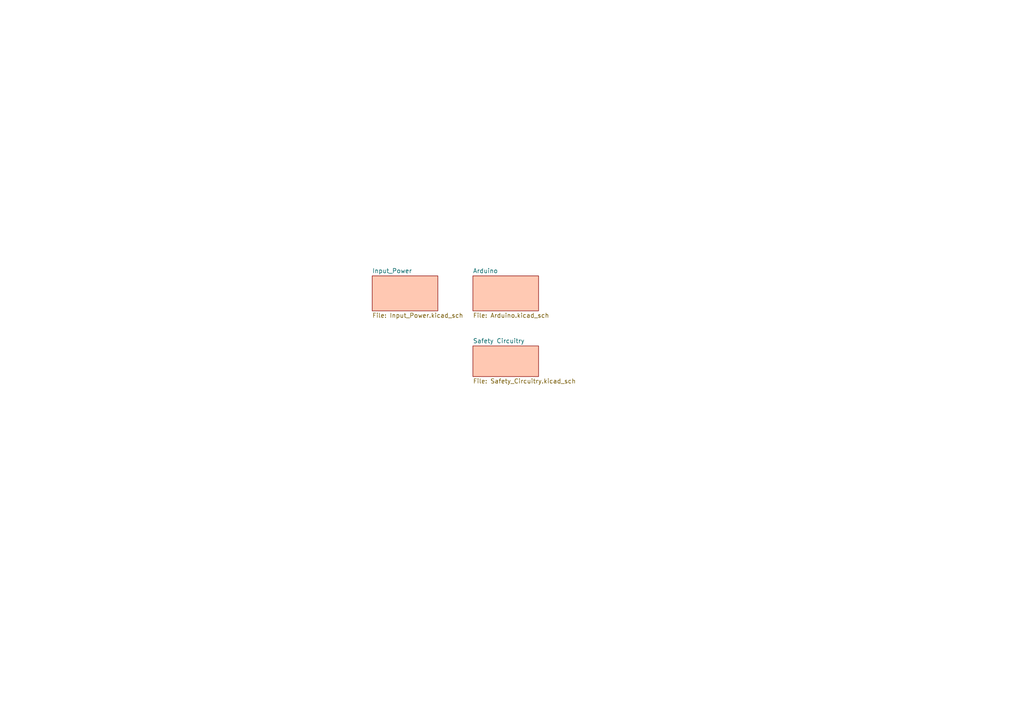
<source format=kicad_sch>
(kicad_sch
	(version 20231120)
	(generator "eeschema")
	(generator_version "8.0")
	(uuid "901cb2d4-20ee-405e-8da7-271519f1dbd8")
	(paper "A4")
	(lib_symbols)
	(sheet
		(at 137.16 80.01)
		(size 19.05 10.16)
		(fields_autoplaced yes)
		(stroke
			(width 0.1524)
			(type solid)
		)
		(fill
			(color 255 75 0 0.3000)
		)
		(uuid "85e0d06f-74ec-4845-830e-182fc5b19cb9")
		(property "Sheetname" "Arduino"
			(at 137.16 79.2984 0)
			(effects
				(font
					(size 1.27 1.27)
				)
				(justify left bottom)
			)
		)
		(property "Sheetfile" "Arduino.kicad_sch"
			(at 137.16 90.7546 0)
			(effects
				(font
					(size 1.27 1.27)
				)
				(justify left top)
			)
		)
		(property "Field2" ""
			(at 137.16 80.01 0)
			(effects
				(font
					(size 1.27 1.27)
				)
				(hide yes)
			)
		)
		(instances
			(project "CANBOARD_REV3"
				(path "/901cb2d4-20ee-405e-8da7-271519f1dbd8"
					(page "5")
				)
			)
		)
	)
	(sheet
		(at 107.95 80.01)
		(size 19.05 10.16)
		(fields_autoplaced yes)
		(stroke
			(width 0.1524)
			(type solid)
		)
		(fill
			(color 255 75 0 0.3020)
		)
		(uuid "e05b6d24-f27e-4b93-a064-9af132f713bd")
		(property "Sheetname" "Input_Power"
			(at 107.95 79.2984 0)
			(effects
				(font
					(size 1.27 1.27)
				)
				(justify left bottom)
			)
		)
		(property "Sheetfile" "Input_Power.kicad_sch"
			(at 107.95 90.7546 0)
			(effects
				(font
					(size 1.27 1.27)
				)
				(justify left top)
			)
		)
		(property "Field2" ""
			(at 107.95 80.01 0)
			(effects
				(font
					(size 1.27 1.27)
				)
				(hide yes)
			)
		)
		(instances
			(project "CANBOARD_REV3"
				(path "/901cb2d4-20ee-405e-8da7-271519f1dbd8"
					(page "3")
				)
			)
		)
	)
	(sheet
		(at 137.16 100.33)
		(size 19.05 8.89)
		(fields_autoplaced yes)
		(stroke
			(width 0.1524)
			(type solid)
		)
		(fill
			(color 255 75 0 0.3020)
		)
		(uuid "fd28bc2f-03c2-4c2b-9a10-5aad159610c3")
		(property "Sheetname" "Safety Circuitry"
			(at 137.16 99.6184 0)
			(effects
				(font
					(size 1.27 1.27)
				)
				(justify left bottom)
			)
		)
		(property "Sheetfile" "Safety_Circuitry.kicad_sch"
			(at 137.16 109.8046 0)
			(effects
				(font
					(size 1.27 1.27)
				)
				(justify left top)
			)
		)
		(instances
			(project "CANBOARD_REV3"
				(path "/901cb2d4-20ee-405e-8da7-271519f1dbd8"
					(page "4")
				)
			)
		)
	)
	(sheet_instances
		(path "/"
			(page "1")
		)
	)
)

</source>
